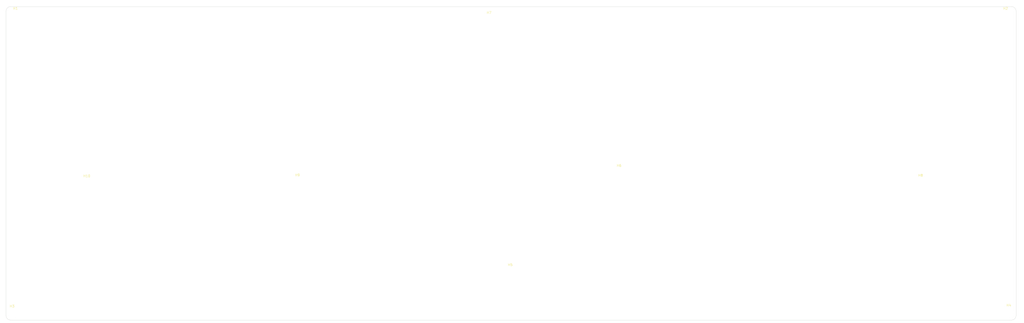
<source format=kicad_pcb>
(kicad_pcb (version 20171130) (host pcbnew "(5.1.10)-1")

  (general
    (thickness 1.6)
    (drawings 10)
    (tracks 0)
    (zones 0)
    (modules 10)
    (nets 2)
  )

  (page A2)
  (layers
    (0 F.Cu signal)
    (31 B.Cu signal)
    (32 B.Adhes user)
    (33 F.Adhes user)
    (34 B.Paste user)
    (35 F.Paste user)
    (36 B.SilkS user)
    (37 F.SilkS user)
    (38 B.Mask user)
    (39 F.Mask user)
    (40 Dwgs.User user)
    (41 Cmts.User user)
    (42 Eco1.User user)
    (43 Eco2.User user)
    (44 Edge.Cuts user)
    (45 Margin user)
    (46 B.CrtYd user)
    (47 F.CrtYd user)
    (48 B.Fab user)
    (49 F.Fab user)
  )

  (setup
    (last_trace_width 0.25)
    (trace_clearance 0.2)
    (zone_clearance 0.508)
    (zone_45_only no)
    (trace_min 0.2)
    (via_size 0.8)
    (via_drill 0.4)
    (via_min_size 0.4)
    (via_min_drill 0.3)
    (uvia_size 0.3)
    (uvia_drill 0.1)
    (uvias_allowed no)
    (uvia_min_size 0.2)
    (uvia_min_drill 0.1)
    (edge_width 0.1)
    (segment_width 0.2)
    (pcb_text_width 0.3)
    (pcb_text_size 1.5 1.5)
    (mod_edge_width 0.15)
    (mod_text_size 1 1)
    (mod_text_width 0.15)
    (pad_size 2.55 2.5)
    (pad_drill 1)
    (pad_to_mask_clearance 0)
    (aux_axis_origin 0 0)
    (grid_origin 1.91 10.75)
    (visible_elements 7FFFFFFF)
    (pcbplotparams
      (layerselection 0x00800_7ffffffe)
      (usegerberextensions true)
      (usegerberattributes false)
      (usegerberadvancedattributes false)
      (creategerberjobfile false)
      (excludeedgelayer false)
      (linewidth 0.100000)
      (plotframeref false)
      (viasonmask false)
      (mode 1)
      (useauxorigin false)
      (hpglpennumber 1)
      (hpglpenspeed 20)
      (hpglpendiameter 15.000000)
      (psnegative false)
      (psa4output false)
      (plotreference false)
      (plotvalue false)
      (plotinvisibletext false)
      (padsonsilk false)
      (subtractmaskfromsilk true)
      (outputformat 3)
      (mirror false)
      (drillshape 0)
      (scaleselection 1)
      (outputdirectory "_gbr/"))
  )

  (net 0 "")
  (net 1 GND)

  (net_class Default "This is the default net class."
    (clearance 0.2)
    (trace_width 0.25)
    (via_dia 0.8)
    (via_drill 0.4)
    (uvia_dia 0.3)
    (uvia_drill 0.1)
  )

  (module modified:MountingHole_2.2mm_M2_Modified (layer F.Cu) (tedit 60CBB039) (tstamp 60C9330D)
    (at 332.185 183.55)
    (descr "Mounting Hole 2.2mm, no annular, M2")
    (tags "mounting hole 2.2mm no annular m2")
    (path /60CCC6C0)
    (attr virtual)
    (fp_text reference H6 (at 0 -3.2) (layer F.SilkS)
      (effects (font (size 1 1) (thickness 0.15)))
    )
    (fp_text value MountingHole (at 0 3.2) (layer F.Fab)
      (effects (font (size 1 1) (thickness 0.15)))
    )
    (fp_text user %R (at 0.3 0) (layer F.Fab)
      (effects (font (size 1 1) (thickness 0.15)))
    )
    (fp_circle (center 0 0) (end 2.45 0) (layer F.CrtYd) (width 0.05))
    (fp_circle (center 0 0) (end 2.2 0) (layer Cmts.User) (width 0.15))
    (fp_circle (center 0 0) (end 1.006741 -0.26) (layer Eco2.User) (width 0.12))
    (pad 1 np_thru_hole circle (at 0 0) (size 2.2 2.2) (drill 2.2) (layers *.Cu *.Mask))
  )

  (module modified:MountingHole_2.2mm_M2_Modified (layer F.Cu) (tedit 60CBB039) (tstamp 60C9250C)
    (at 105.86 188)
    (descr "Mounting Hole 2.2mm, no annular, M2")
    (tags "mounting hole 2.2mm no annular m2")
    (path /60CD317C)
    (attr virtual)
    (fp_text reference H10 (at 0 -3.2) (layer F.SilkS)
      (effects (font (size 1 1) (thickness 0.15)))
    )
    (fp_text value MountingHole (at 0 3.2) (layer F.Fab)
      (effects (font (size 1 1) (thickness 0.15)))
    )
    (fp_text user %R (at 0.3 0) (layer F.Fab)
      (effects (font (size 1 1) (thickness 0.15)))
    )
    (fp_circle (center 0 0) (end 2.45 0) (layer F.CrtYd) (width 0.05))
    (fp_circle (center 0 0) (end 2.2 0) (layer Cmts.User) (width 0.15))
    (fp_circle (center 0 0) (end 1.006741 -0.26) (layer Eco2.User) (width 0.12))
    (pad 1 np_thru_hole circle (at 0 0) (size 2.2 2.2) (drill 2.2) (layers *.Cu *.Mask))
  )

  (module modified:MountingHole_2.2mm_M2_Modified (layer F.Cu) (tedit 60CBB039) (tstamp 60C92504)
    (at 195.435 187.6)
    (descr "Mounting Hole 2.2mm, no annular, M2")
    (tags "mounting hole 2.2mm no annular m2")
    (path /60CD2F14)
    (attr virtual)
    (fp_text reference H9 (at 0 -3.2) (layer F.SilkS)
      (effects (font (size 1 1) (thickness 0.15)))
    )
    (fp_text value MountingHole (at 0 3.2) (layer F.Fab)
      (effects (font (size 1 1) (thickness 0.15)))
    )
    (fp_text user %R (at 0.3 0) (layer F.Fab)
      (effects (font (size 1 1) (thickness 0.15)))
    )
    (fp_circle (center 0 0) (end 2.45 0) (layer F.CrtYd) (width 0.05))
    (fp_circle (center 0 0) (end 2.2 0) (layer Cmts.User) (width 0.15))
    (fp_circle (center 0 0) (end 1.006741 -0.26) (layer Eco2.User) (width 0.12))
    (pad 1 np_thru_hole circle (at 0 0) (size 2.2 2.2) (drill 2.2) (layers *.Cu *.Mask))
  )

  (module modified:MountingHole_2.2mm_M2_Modified (layer F.Cu) (tedit 60CBB039) (tstamp 60C924FC)
    (at 460.385 187.725)
    (descr "Mounting Hole 2.2mm, no annular, M2")
    (tags "mounting hole 2.2mm no annular m2")
    (path /60CCCCC7)
    (attr virtual)
    (fp_text reference H8 (at 0 -3.2) (layer F.SilkS)
      (effects (font (size 1 1) (thickness 0.15)))
    )
    (fp_text value MountingHole (at 0 3.2) (layer F.Fab)
      (effects (font (size 1 1) (thickness 0.15)))
    )
    (fp_text user %R (at 0.3 0) (layer F.Fab)
      (effects (font (size 1 1) (thickness 0.15)))
    )
    (fp_circle (center 0 0) (end 2.45 0) (layer F.CrtYd) (width 0.05))
    (fp_circle (center 0 0) (end 2.2 0) (layer Cmts.User) (width 0.15))
    (fp_circle (center 0 0) (end 1.006741 -0.26) (layer Eco2.User) (width 0.12))
    (pad 1 np_thru_hole circle (at 0 0) (size 2.2 2.2) (drill 2.2) (layers *.Cu *.Mask))
  )

  (module modified:MountingHole_2.2mm_M2_Modified (layer F.Cu) (tedit 60CBB039) (tstamp 60C924F4)
    (at 276.91 118.55)
    (descr "Mounting Hole 2.2mm, no annular, M2")
    (tags "mounting hole 2.2mm no annular m2")
    (path /60CCC98B)
    (attr virtual)
    (fp_text reference H7 (at 0 -3.2) (layer F.SilkS)
      (effects (font (size 1 1) (thickness 0.15)))
    )
    (fp_text value MountingHole (at 0 3.2) (layer F.Fab)
      (effects (font (size 1 1) (thickness 0.15)))
    )
    (fp_text user %R (at 0.3 0) (layer F.Fab)
      (effects (font (size 1 1) (thickness 0.15)))
    )
    (fp_circle (center 0 0) (end 2.45 0) (layer F.CrtYd) (width 0.05))
    (fp_circle (center 0 0) (end 2.2 0) (layer Cmts.User) (width 0.15))
    (fp_circle (center 0 0) (end 1.006741 -0.26) (layer Eco2.User) (width 0.12))
    (pad 1 np_thru_hole circle (at 0 0) (size 2.2 2.2) (drill 2.2) (layers *.Cu *.Mask))
  )

  (module modified:MountingHole_2.2mm_M2_Modified (layer F.Cu) (tedit 60CBB039) (tstamp 60C94633)
    (at 285.91 225.75)
    (descr "Mounting Hole 2.2mm, no annular, M2")
    (tags "mounting hole 2.2mm no annular m2")
    (path /60CCC43C)
    (attr virtual)
    (fp_text reference H5 (at 0 -3.2) (layer F.SilkS)
      (effects (font (size 1 1) (thickness 0.15)))
    )
    (fp_text value MountingHole (at 0 3.2) (layer F.Fab)
      (effects (font (size 1 1) (thickness 0.15)))
    )
    (fp_text user %R (at 0.3 0) (layer F.Fab)
      (effects (font (size 1 1) (thickness 0.15)))
    )
    (fp_circle (center 0 0) (end 2.45 0) (layer F.CrtYd) (width 0.05))
    (fp_circle (center 0 0) (end 2.2 0) (layer Cmts.User) (width 0.15))
    (fp_circle (center 0 0) (end 1.006741 -0.26) (layer Eco2.User) (width 0.12))
    (pad 1 np_thru_hole circle (at 0 0) (size 2.2 2.2) (drill 2.2) (layers *.Cu *.Mask))
  )

  (module modified:MountingHole_2.2mm_M2_Modified (layer F.Cu) (tedit 60CBB039) (tstamp 60C924DC)
    (at 497.91 242.95)
    (descr "Mounting Hole 2.2mm, no annular, M2")
    (tags "mounting hole 2.2mm no annular m2")
    (path /60CCC245)
    (attr virtual)
    (fp_text reference H4 (at 0 -3.2) (layer F.SilkS)
      (effects (font (size 1 1) (thickness 0.15)))
    )
    (fp_text value MountingHole (at 0 3.2) (layer F.Fab)
      (effects (font (size 1 1) (thickness 0.15)))
    )
    (fp_text user %R (at 0.3 0) (layer F.Fab)
      (effects (font (size 1 1) (thickness 0.15)))
    )
    (fp_circle (center 0 0) (end 2.45 0) (layer F.CrtYd) (width 0.05))
    (fp_circle (center 0 0) (end 2.2 0) (layer Cmts.User) (width 0.15))
    (fp_circle (center 0 0) (end 1.006741 -0.26) (layer Eco2.User) (width 0.12))
    (pad 1 np_thru_hole circle (at 0 0) (size 2.2 2.2) (drill 2.2) (layers *.Cu *.Mask))
  )

  (module modified:MountingHole_2.2mm_M2_Modified (layer F.Cu) (tedit 60CBB039) (tstamp 60C924D4)
    (at 74.11 243.35)
    (descr "Mounting Hole 2.2mm, no annular, M2")
    (tags "mounting hole 2.2mm no annular m2")
    (path /60CCBDAA)
    (attr virtual)
    (fp_text reference H3 (at 0 -3.2) (layer F.SilkS)
      (effects (font (size 1 1) (thickness 0.15)))
    )
    (fp_text value MountingHole (at 0 3.2) (layer F.Fab)
      (effects (font (size 1 1) (thickness 0.15)))
    )
    (fp_text user %R (at 0.3 0) (layer F.Fab)
      (effects (font (size 1 1) (thickness 0.15)))
    )
    (fp_circle (center 0 0) (end 2.45 0) (layer F.CrtYd) (width 0.05))
    (fp_circle (center 0 0) (end 2.2 0) (layer Cmts.User) (width 0.15))
    (fp_circle (center 0 0) (end 1.006741 -0.26) (layer Eco2.User) (width 0.12))
    (pad 1 np_thru_hole circle (at 0 0) (size 2.2 2.2) (drill 2.2) (layers *.Cu *.Mask))
  )

  (module modified:MountingHole_2.2mm_M2_Modified (layer F.Cu) (tedit 60CBB039) (tstamp 60C924CC)
    (at 496.51 116.75)
    (descr "Mounting Hole 2.2mm, no annular, M2")
    (tags "mounting hole 2.2mm no annular m2")
    (path /60CCBAD4)
    (attr virtual)
    (fp_text reference H2 (at 0 -3.2) (layer F.SilkS)
      (effects (font (size 1 1) (thickness 0.15)))
    )
    (fp_text value MountingHole (at 0 3.2) (layer F.Fab)
      (effects (font (size 1 1) (thickness 0.15)))
    )
    (fp_text user %R (at 0.3 0) (layer F.Fab)
      (effects (font (size 1 1) (thickness 0.15)))
    )
    (fp_circle (center 0 0) (end 2.45 0) (layer F.CrtYd) (width 0.05))
    (fp_circle (center 0 0) (end 2.2 0) (layer Cmts.User) (width 0.15))
    (fp_circle (center 0 0) (end 1.006741 -0.26) (layer Eco2.User) (width 0.12))
    (pad 1 np_thru_hole circle (at 0 0) (size 2.2 2.2) (drill 2.2) (layers *.Cu *.Mask))
  )

  (module modified:MountingHole_2.2mm_M2_Modified (layer F.Cu) (tedit 60CBB039) (tstamp 60C924C4)
    (at 75.51 116.75)
    (descr "Mounting Hole 2.2mm, no annular, M2")
    (tags "mounting hole 2.2mm no annular m2")
    (path /60CCB1E5)
    (attr virtual)
    (fp_text reference H1 (at 0 -3.2) (layer F.SilkS)
      (effects (font (size 1 1) (thickness 0.15)))
    )
    (fp_text value MountingHole (at 0 3.2) (layer F.Fab)
      (effects (font (size 1 1) (thickness 0.15)))
    )
    (fp_text user %R (at 0.3 0) (layer F.Fab)
      (effects (font (size 1 1) (thickness 0.15)))
    )
    (fp_circle (center 0 0) (end 2.45 0) (layer F.CrtYd) (width 0.05))
    (fp_circle (center 0 0) (end 2.2 0) (layer Cmts.User) (width 0.15))
    (fp_circle (center 0 0) (end 1.006741 -0.26) (layer Eco2.User) (width 0.12))
    (pad 1 np_thru_hole circle (at 0 0) (size 2.2 2.2) (drill 2.2) (layers *.Cu *.Mask))
  )

  (dimension 133.3 (width 0.12) (layer Dwgs.User)
    (gr_text "133.300 mm" (at 502.98 179.4 90) (layer Dwgs.User)
      (effects (font (size 1 1) (thickness 0.15)))
    )
    (feature1 (pts (xy 499.01 112.75) (xy 502.296421 112.75)))
    (feature2 (pts (xy 499.01 246.05) (xy 502.296421 246.05)))
    (crossbar (pts (xy 501.71 246.05) (xy 501.71 112.75)))
    (arrow1a (pts (xy 501.71 112.75) (xy 502.296421 113.876504)))
    (arrow1b (pts (xy 501.71 112.75) (xy 501.123579 113.876504)))
    (arrow2a (pts (xy 501.71 246.05) (xy 502.296421 244.923496)))
    (arrow2b (pts (xy 501.71 246.05) (xy 501.123579 244.923496)))
  )
  (dimension 429.5 (width 0.12) (layer Dwgs.User)
    (gr_text "429.500 mm" (at 286.26 110.68) (layer Dwgs.User)
      (effects (font (size 1 1) (thickness 0.15)))
    )
    (feature1 (pts (xy 71.51 114.75) (xy 71.51 111.363579)))
    (feature2 (pts (xy 501.01 114.75) (xy 501.01 111.363579)))
    (crossbar (pts (xy 501.01 111.95) (xy 71.51 111.95)))
    (arrow1a (pts (xy 71.51 111.95) (xy 72.636504 111.363579)))
    (arrow1b (pts (xy 71.51 111.95) (xy 72.636504 112.536421)))
    (arrow2a (pts (xy 501.01 111.95) (xy 499.883496 111.363579)))
    (arrow2b (pts (xy 501.01 111.95) (xy 499.883496 112.536421)))
  )
  (gr_arc (start 499.01 114.75) (end 501.01 114.75) (angle -90) (layer Edge.Cuts) (width 0.1) (tstamp 60C1CCF8))
  (gr_arc (start 499.01 244.05) (end 499.01 246.05) (angle -90) (layer Edge.Cuts) (width 0.1) (tstamp 60C1CCF8))
  (gr_arc (start 73.51 244.05) (end 71.51 244.05) (angle -90) (layer Edge.Cuts) (width 0.1) (tstamp 60C1CCF8))
  (gr_arc (start 73.51 114.75) (end 73.51 112.75) (angle -90) (layer Edge.Cuts) (width 0.1))
  (gr_line (start 71.51 244.05) (end 71.51 114.75) (layer Edge.Cuts) (width 0.1))
  (gr_line (start 499.01 246.05) (end 73.51 246.05) (layer Edge.Cuts) (width 0.1))
  (gr_line (start 501.01 114.75) (end 501.01 244.05) (layer Edge.Cuts) (width 0.1))
  (gr_line (start 73.51 112.75) (end 499.01 112.75) (layer Edge.Cuts) (width 0.1))

  (zone (net 1) (net_name GND) (layer F.Cu) (tstamp 60CC0E14) (hatch edge 0.508)
    (connect_pads (clearance 0.508))
    (min_thickness 0.254)
    (fill yes (arc_segments 32) (thermal_gap 0.508) (thermal_bridge_width 0.508))
    (polygon
      (pts
        (xy 501.075 246.15) (xy 71.375 246.15) (xy 71.375 112.675) (xy 501.075 112.675)
      )
    )
  )
  (zone (net 1) (net_name GND) (layer B.Cu) (tstamp 60CC0E11) (hatch edge 0.508)
    (connect_pads (clearance 0.508))
    (min_thickness 0.254)
    (fill yes (arc_segments 32) (thermal_gap 0.508) (thermal_bridge_width 0.508))
    (polygon
      (pts
        (xy 501.075 246.15) (xy 71.375 246.15) (xy 71.375 112.675) (xy 501.075 112.675)
      )
    )
  )
)

</source>
